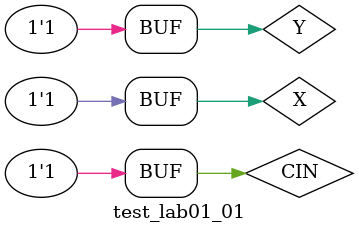
<source format=v>
`timescale 1ns / 1ps


module test_lab01_01;
    wire S, COUT;
    reg X, Y, CIN;
    lab01_01 U0(.s(S), .cout(COUT), .x(X), .y(Y), .cin(CIN));
    initial 
    begin
        X = 0; Y = 0; CIN = 0;
        #10 X = 0; Y = 0; CIN = 1;
        #10 X = 0; Y = 1; CIN = 0;
        #10 X = 0; Y = 1; CIN = 1;
        #10 X = 1; Y = 0; CIN = 0;
        #10 X = 1; Y = 0; CIN = 1;
        #10 X = 1; Y = 1; CIN = 0;
        #10 X = 1; Y = 1; CIN = 1;
    end
endmodule

</source>
